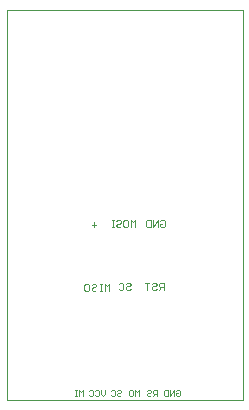
<source format=gbo>
G04 Layer_Color=32896*
%FSLAX42Y42*%
%MOMM*%
G71*
G01*
G75*
%ADD14C,0.10*%
D14*
X1300Y1510D02*
X1310Y1520D01*
X1330D01*
X1340Y1510D01*
Y1470D01*
X1330Y1460D01*
X1310D01*
X1300Y1470D01*
Y1490D01*
X1320D01*
X1280Y1460D02*
Y1520D01*
X1240Y1460D01*
Y1520D01*
X1220D02*
Y1460D01*
X1190D01*
X1180Y1470D01*
Y1510D01*
X1190Y1520D01*
X1220D01*
X1330Y930D02*
Y990D01*
X1300D01*
X1290Y980D01*
Y960D01*
X1300Y950D01*
X1330D01*
X1310D02*
X1290Y930D01*
X1230Y980D02*
X1240Y990D01*
X1260D01*
X1270Y980D01*
Y970D01*
X1260Y960D01*
X1240D01*
X1230Y950D01*
Y940D01*
X1240Y930D01*
X1260D01*
X1270Y940D01*
X1210Y990D02*
X1170D01*
X1190D01*
Y930D01*
X1090Y1460D02*
Y1520D01*
X1070Y1500D01*
X1050Y1520D01*
Y1460D01*
X1000Y1520D02*
X1020D01*
X1030Y1510D01*
Y1470D01*
X1020Y1460D01*
X1000D01*
X990Y1470D01*
Y1510D01*
X1000Y1520D01*
X930Y1510D02*
X940Y1520D01*
X960D01*
X970Y1510D01*
Y1500D01*
X960Y1490D01*
X940D01*
X930Y1480D01*
Y1470D01*
X940Y1460D01*
X960D01*
X970Y1470D01*
X910Y1520D02*
X890D01*
X900D01*
Y1460D01*
X910D01*
X890D01*
X1010Y980D02*
X1020Y990D01*
X1040D01*
X1050Y980D01*
Y970D01*
X1040Y960D01*
X1020D01*
X1010Y950D01*
Y940D01*
X1020Y930D01*
X1040D01*
X1050Y940D01*
X950Y980D02*
X960Y990D01*
X980D01*
X990Y980D01*
Y940D01*
X980Y930D01*
X960D01*
X950Y940D01*
X740Y1460D02*
Y1500D01*
X760Y1480D02*
X720D01*
X870Y920D02*
Y980D01*
X850Y960D01*
X830Y980D01*
Y920D01*
X810Y980D02*
X790D01*
X800D01*
Y920D01*
X810D01*
X790D01*
X720Y970D02*
X730Y980D01*
X750D01*
X760Y970D01*
Y960D01*
X750Y950D01*
X730D01*
X720Y940D01*
Y930D01*
X730Y920D01*
X750D01*
X760Y930D01*
X670Y980D02*
X690D01*
X700Y970D01*
Y930D01*
X690Y920D01*
X670D01*
X660Y930D01*
Y970D01*
X670Y980D01*
X1437Y72D02*
X1445Y80D01*
X1462D01*
X1470Y72D01*
Y38D01*
X1462Y30D01*
X1445D01*
X1437Y38D01*
Y55D01*
X1453D01*
X1420Y30D02*
Y80D01*
X1387Y30D01*
Y80D01*
X1370D02*
Y30D01*
X1345D01*
X1337Y38D01*
Y72D01*
X1345Y80D01*
X1370D01*
X1270Y30D02*
Y80D01*
X1245D01*
X1237Y72D01*
Y55D01*
X1245Y47D01*
X1270D01*
X1253D02*
X1237Y30D01*
X1187Y72D02*
X1195Y80D01*
X1212D01*
X1220Y72D01*
Y63D01*
X1212Y55D01*
X1195D01*
X1187Y47D01*
Y38D01*
X1195Y30D01*
X1212D01*
X1220Y38D01*
X1120Y30D02*
Y80D01*
X1103Y63D01*
X1087Y80D01*
Y30D01*
X1045Y80D02*
X1062D01*
X1070Y72D01*
Y38D01*
X1062Y30D01*
X1045D01*
X1037Y38D01*
Y72D01*
X1045Y80D01*
X937Y72D02*
X945Y80D01*
X962D01*
X970Y72D01*
Y63D01*
X962Y55D01*
X945D01*
X937Y47D01*
Y38D01*
X945Y30D01*
X962D01*
X970Y38D01*
X887Y72D02*
X895Y80D01*
X912D01*
X920Y72D01*
Y38D01*
X912Y30D01*
X895D01*
X887Y38D01*
X830Y80D02*
Y47D01*
X813Y30D01*
X797Y47D01*
Y80D01*
X747Y72D02*
X755Y80D01*
X772D01*
X780Y72D01*
Y38D01*
X772Y30D01*
X755D01*
X747Y38D01*
X697Y72D02*
X705Y80D01*
X722D01*
X730Y72D01*
Y38D01*
X722Y30D01*
X705D01*
X697Y38D01*
X650Y30D02*
Y80D01*
X633Y63D01*
X617Y80D01*
Y30D01*
X600Y80D02*
X583D01*
X592D01*
Y30D01*
X600D01*
X583D01*
X0Y0D02*
Y3300D01*
X2000D01*
Y0D02*
Y3300D01*
X0Y0D02*
X2000D01*
M02*

</source>
